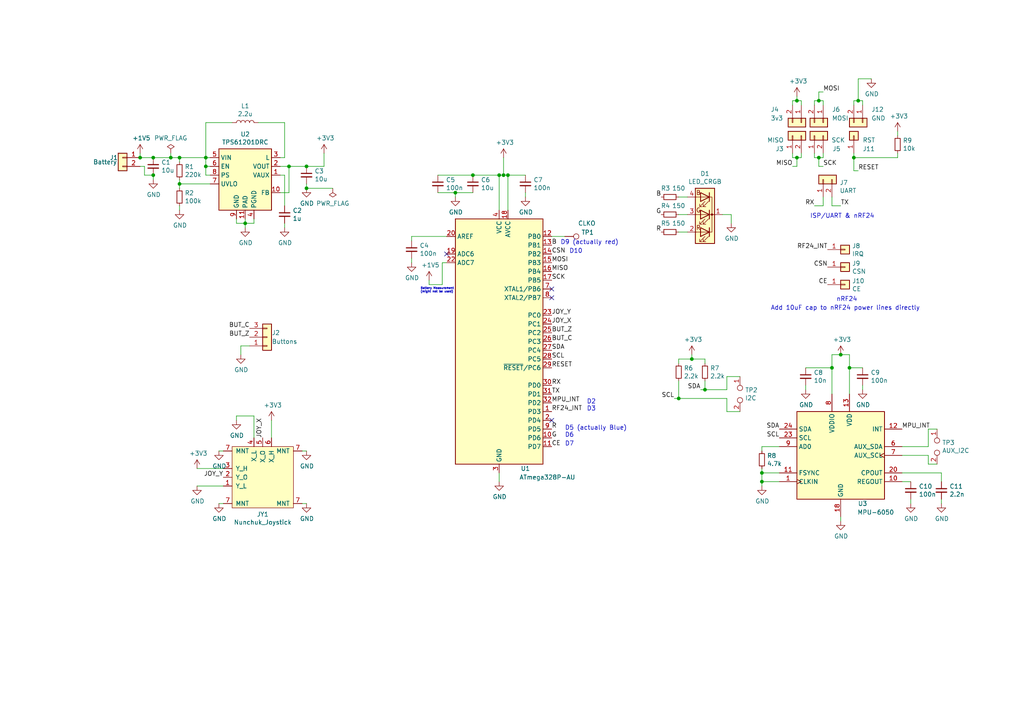
<source format=kicad_sch>
(kicad_sch (version 20211123) (generator eeschema)
  (paper "A4")
  (lib_symbols
    (symbol "Connector:TestPoint" (pin_numbers hide) (pin_names (offset 0.762) hide)
      (property "Reference" "TP" (at 0 6.858 0))
      (property "Value" "TestPoint" (at 0 5.08 0))
      (symbol "TestPoint_0_1"
        (circle (center 0 3.302) (radius 0.762))
      )
      (symbol "TestPoint_1_1"
        (pin passive line (at 0 0 90) (length 2.54) (name "1") (number "1"))
      )
    )
    (symbol "Connector:TestPoint_2Pole" (pin_names (offset 0.762) hide)
      (property "Reference" "TP" (at 0 1.524 0))
      (property "Value" "TestPoint_2Pole" (at 0 -1.778 0))
      (symbol "TestPoint_2Pole_0_1"
        (circle (center -1.778 0) (radius 0.762))
        (circle (center 1.778 0) (radius 0.762))
        (pin passive line (at -5.08 0 0) (length 2.54) (name "1") (number "1"))
        (pin passive line (at 5.08 0 180) (length 2.54) (name "2") (number "2"))
      )
    )
    (symbol "Connector_Generic:Conn_01x01" (pin_names (offset 1.016) hide)
      (property "Reference" "J" (at 0 2.54 0))
      (property "Value" "Conn_01x01" (at 0 -2.54 0))
      (symbol "Conn_01x01_1_1"
        (rectangle (start -1.27 0.127) (end 0 -0.127) (stroke (width 0.1524)))
        (rectangle (start -1.27 1.27) (end 1.27 -1.27) (stroke (width 0.254)) (fill (type background)))
        (pin passive line (at -5.08 0 0) (length 3.81) (name "Pin_1") (number "1"))
      )
    )
    (symbol "Connector_Generic:Conn_01x02" (pin_names (offset 1.016) hide)
      (property "Reference" "J" (at 0 2.54 0))
      (property "Value" "Conn_01x02" (at 0 -5.08 0))
      (symbol "Conn_01x02_1_1"
        (rectangle (start -1.27 -2.413) (end 0 -2.667) (stroke (width 0.1524)))
        (rectangle (start -1.27 0.127) (end 0 -0.127) (stroke (width 0.1524)))
        (rectangle (start -1.27 1.27) (end 1.27 -3.81) (stroke (width 0.254)) (fill (type background)))
        (pin passive line (at -5.08 0 0) (length 3.81) (name "Pin_1") (number "1"))
        (pin passive line (at -5.08 -2.54 0) (length 3.81) (name "Pin_2") (number "2"))
      )
    )
    (symbol "Connector_Generic:Conn_01x03" (pin_names (offset 1.016) hide)
      (property "Reference" "J" (at 0 5.08 0))
      (property "Value" "Conn_01x03" (at 0 -5.08 0))
      (symbol "Conn_01x03_1_1"
        (rectangle (start -1.27 -2.413) (end 0 -2.667) (stroke (width 0.1524)))
        (rectangle (start -1.27 0.127) (end 0 -0.127) (stroke (width 0.1524)))
        (rectangle (start -1.27 2.667) (end 0 2.413) (stroke (width 0.1524)))
        (rectangle (start -1.27 3.81) (end 1.27 -3.81) (stroke (width 0.254)) (fill (type background)))
        (pin passive line (at -5.08 2.54 0) (length 3.81) (name "Pin_1") (number "1"))
        (pin passive line (at -5.08 0 0) (length 3.81) (name "Pin_2") (number "2"))
        (pin passive line (at -5.08 -2.54 0) (length 3.81) (name "Pin_3") (number "3"))
      )
    )
    (symbol "Device:C_Small" (pin_numbers hide) (pin_names (offset 0.254) hide)
      (property "Reference" "C" (at 0.254 1.778 0))
      (property "Value" "C_Small" (at 0.254 -2.032 0))
      (symbol "C_Small_0_1"
        (polyline (pts (xy -1.524 -0.508) (xy 1.524 -0.508)) (stroke (width 0.3302)))
        (polyline (pts (xy -1.524 0.508) (xy 1.524 0.508)) (stroke (width 0.3048)))
      )
      (symbol "C_Small_1_1"
        (pin passive line (at 0 2.54 270) (length 2.032) (name "~") (number "1"))
        (pin passive line (at 0 -2.54 90) (length 2.032) (name "~") (number "2"))
      )
    )
    (symbol "Device:L" (pin_numbers hide) (pin_names (offset 1.016) hide)
      (property "Reference" "L" (at -1.27 0 90))
      (property "Value" "L" (at 1.905 0 90))
      (symbol "L_0_1"
        (arc (start 0 -2.54) (mid 0.635 -1.905) (end 0 -1.27))
        (arc (start 0 -1.27) (mid 0.635 -0.635) (end 0 0))
        (arc (start 0 0) (mid 0.635 0.635) (end 0 1.27))
        (arc (start 0 1.27) (mid 0.635 1.905) (end 0 2.54))
      )
      (symbol "L_1_1"
        (pin passive line (at 0 3.81 270) (length 1.27) (name "1") (number "1"))
        (pin passive line (at 0 -3.81 90) (length 1.27) (name "2") (number "2"))
      )
    )
    (symbol "Device:LED_KRGB" (pin_names (offset 0) hide)
      (property "Reference" "D" (at 0 9.398 0))
      (property "Value" "LED_KRGB" (at 0 -8.89 0))
      (symbol "LED_KRGB_0_0"
        (text "B" (at 1.905 -6.35 0) (effects (font (size 1.27 1.27))))
        (text "G" (at 1.905 -1.27 0) (effects (font (size 1.27 1.27))))
        (text "R" (at 1.905 3.81 0) (effects (font (size 1.27 1.27))))
      )
      (symbol "LED_KRGB_0_1"
        (circle (center -2.032 0) (radius 0.254) (fill (type outline)))
        (polyline (pts (xy -1.27 -5.08) (xy 1.27 -5.08)))
        (polyline (pts (xy -1.27 -3.81) (xy -1.27 -6.35)) (stroke (width 0.254)))
        (polyline (pts (xy -1.27 0) (xy -2.54 0)))
        (polyline (pts (xy -1.27 1.27) (xy -1.27 -1.27)) (stroke (width 0.254)))
        (polyline (pts (xy -1.27 5.08) (xy 1.27 5.08)))
        (polyline (pts (xy -1.27 6.35) (xy -1.27 3.81)) (stroke (width 0.254)))
        (polyline (pts (xy 1.27 -5.08) (xy 2.54 -5.08)))
        (polyline (pts (xy 1.27 0) (xy -1.27 0)))
        (polyline (pts (xy 1.27 0) (xy 2.54 0)))
        (polyline (pts (xy 1.27 5.08) (xy 2.54 5.08)))
        (polyline (pts (xy -1.27 1.27) (xy -1.27 -1.27) (xy -1.27 -1.27)))
        (polyline (pts (xy -1.27 6.35) (xy -1.27 3.81) (xy -1.27 3.81)))
        (polyline (pts (xy -1.27 5.08) (xy -2.032 5.08) (xy -2.032 -5.08) (xy -1.016 -5.08)))
        (polyline (pts (xy 1.27 -3.81) (xy 1.27 -6.35) (xy -1.27 -5.08) (xy 1.27 -3.81)) (stroke (width 0.254)))
        (polyline (pts (xy 1.27 1.27) (xy 1.27 -1.27) (xy -1.27 0) (xy 1.27 1.27)) (stroke (width 0.254)))
        (polyline (pts (xy 1.27 6.35) (xy 1.27 3.81) (xy -1.27 5.08) (xy 1.27 6.35)) (stroke (width 0.254)))
        (polyline (pts (xy -1.016 -3.81) (xy 0.508 -2.286) (xy -0.254 -2.286) (xy 0.508 -2.286) (xy 0.508 -3.048)))
        (polyline (pts (xy -1.016 1.27) (xy 0.508 2.794) (xy -0.254 2.794) (xy 0.508 2.794) (xy 0.508 2.032)))
        (polyline (pts (xy -1.016 6.35) (xy 0.508 7.874) (xy -0.254 7.874) (xy 0.508 7.874) (xy 0.508 7.112)))
        (polyline (pts (xy 0 -3.81) (xy 1.524 -2.286) (xy 0.762 -2.286) (xy 1.524 -2.286) (xy 1.524 -3.048)))
        (polyline (pts (xy 0 1.27) (xy 1.524 2.794) (xy 0.762 2.794) (xy 1.524 2.794) (xy 1.524 2.032)))
        (polyline (pts (xy 0 6.35) (xy 1.524 7.874) (xy 0.762 7.874) (xy 1.524 7.874) (xy 1.524 7.112)))
        (rectangle (start 1.27 -1.27) (end 1.27 1.27))
        (rectangle (start 1.27 1.27) (end 1.27 1.27))
        (rectangle (start 1.27 3.81) (end 1.27 6.35))
        (rectangle (start 1.27 6.35) (end 1.27 6.35))
        (rectangle (start 2.794 8.382) (end -2.794 -7.62) (stroke (width 0.254)) (fill (type background)))
      )
      (symbol "LED_KRGB_1_1"
        (pin passive line (at -5.08 0 0) (length 2.54) (name "K") (number "1"))
        (pin passive line (at 5.08 5.08 180) (length 2.54) (name "RA") (number "2"))
        (pin passive line (at 5.08 0 180) (length 2.54) (name "GA") (number "3"))
        (pin passive line (at 5.08 -5.08 180) (length 2.54) (name "BA") (number "4"))
      )
    )
    (symbol "Device:R_Small" (pin_numbers hide) (pin_names (offset 0.254) hide)
      (property "Reference" "R" (at 0.762 0.508 0))
      (property "Value" "R_Small" (at 0.762 -1.016 0))
      (symbol "R_Small_0_1"
        (rectangle (start -0.762 1.778) (end 0.762 -1.778) (stroke (width 0.2032)))
      )
      (symbol "R_Small_1_1"
        (pin passive line (at 0 2.54 270) (length 0.762) (name "~") (number "1"))
        (pin passive line (at 0 -2.54 90) (length 0.762) (name "~") (number "2"))
      )
    )
    (symbol "MCU_Microchip_ATmega:ATmega328P-A"
      (property "Reference" "U" (at -12.7 36.83 0))
      (property "Value" "ATmega328P-A" (at 2.54 -36.83 0))
      (symbol "ATmega328P-A_0_1"
        (rectangle (start -12.7 -35.56) (end 12.7 35.56) (stroke (width 0.254)) (fill (type background)))
      )
      (symbol "ATmega328P-A_1_1"
        (pin bidirectional line (at 15.24 -20.32 180) (length 2.54) (name "PD3") (number "1"))
        (pin bidirectional line (at 15.24 -27.94 180) (length 2.54) (name "PD6") (number "10"))
        (pin bidirectional line (at 15.24 -30.48 180) (length 2.54) (name "PD7") (number "11"))
        (pin bidirectional line (at 15.24 30.48 180) (length 2.54) (name "PB0") (number "12"))
        (pin bidirectional line (at 15.24 27.94 180) (length 2.54) (name "PB1") (number "13"))
        (pin bidirectional line (at 15.24 25.4 180) (length 2.54) (name "PB2") (number "14"))
        (pin bidirectional line (at 15.24 22.86 180) (length 2.54) (name "PB3") (number "15"))
        (pin bidirectional line (at 15.24 20.32 180) (length 2.54) (name "PB4") (number "16"))
        (pin bidirectional line (at 15.24 17.78 180) (length 2.54) (name "PB5") (number "17"))
        (pin power_in line (at 2.54 38.1 270) (length 2.54) (name "AVCC") (number "18"))
        (pin input line (at -15.24 25.4 0) (length 2.54) (name "ADC6") (number "19"))
        (pin bidirectional line (at 15.24 -22.86 180) (length 2.54) (name "PD4") (number "2"))
        (pin passive line (at -15.24 30.48 0) (length 2.54) (name "AREF") (number "20"))
        (pin passive line (at 0 -38.1 90) (length 2.54) hide (name "GND") (number "21"))
        (pin input line (at -15.24 22.86 0) (length 2.54) (name "ADC7") (number "22"))
        (pin bidirectional line (at 15.24 7.62 180) (length 2.54) (name "PC0") (number "23"))
        (pin bidirectional line (at 15.24 5.08 180) (length 2.54) (name "PC1") (number "24"))
        (pin bidirectional line (at 15.24 2.54 180) (length 2.54) (name "PC2") (number "25"))
        (pin bidirectional line (at 15.24 0 180) (length 2.54) (name "PC3") (number "26"))
        (pin bidirectional line (at 15.24 -2.54 180) (length 2.54) (name "PC4") (number "27"))
        (pin bidirectional line (at 15.24 -5.08 180) (length 2.54) (name "PC5") (number "28"))
        (pin bidirectional line (at 15.24 -7.62 180) (length 2.54) (name "~{RESET}/PC6") (number "29"))
        (pin power_in line (at 0 -38.1 90) (length 2.54) (name "GND") (number "3"))
        (pin bidirectional line (at 15.24 -12.7 180) (length 2.54) (name "PD0") (number "30"))
        (pin bidirectional line (at 15.24 -15.24 180) (length 2.54) (name "PD1") (number "31"))
        (pin bidirectional line (at 15.24 -17.78 180) (length 2.54) (name "PD2") (number "32"))
        (pin power_in line (at 0 38.1 270) (length 2.54) (name "VCC") (number "4"))
        (pin passive line (at 0 -38.1 90) (length 2.54) hide (name "GND") (number "5"))
        (pin passive line (at 0 38.1 270) (length 2.54) hide (name "VCC") (number "6"))
        (pin bidirectional line (at 15.24 15.24 180) (length 2.54) (name "XTAL1/PB6") (number "7"))
        (pin bidirectional line (at 15.24 12.7 180) (length 2.54) (name "XTAL2/PB7") (number "8"))
        (pin bidirectional line (at 15.24 -25.4 180) (length 2.54) (name "PD5") (number "9"))
      )
    )
    (symbol "Regulator_Switching:TPS61201DRC"
      (property "Reference" "U" (at -10.16 8.89 0))
      (property "Value" "TPS61201DRC" (at -2.54 8.89 0))
      (symbol "TPS61201DRC_0_1"
        (rectangle (start -7.62 7.62) (end 7.62 -10.16) (stroke (width 0.254)) (fill (type background)))
      )
      (symbol "TPS61201DRC_1_1"
        (pin bidirectional line (at 10.16 0 180) (length 2.54) (name "VAUX") (number "1"))
        (pin input line (at 10.16 -5.08 180) (length 2.54) (name "FB") (number "10"))
        (pin power_in line (at 0 -12.7 90) (length 2.54) (name "PAD") (number "11"))
        (pin power_out line (at 10.16 2.54 180) (length 2.54) (name "VOUT") (number "2"))
        (pin input line (at 10.16 5.08 180) (length 2.54) (name "L") (number "3"))
        (pin power_in line (at 2.54 -12.7 90) (length 2.54) (name "PGND") (number "4"))
        (pin power_in line (at -10.16 5.08 0) (length 2.54) (name "VIN") (number "5"))
        (pin input line (at -10.16 2.54 0) (length 2.54) (name "EN") (number "6"))
        (pin input line (at -10.16 -2.54 0) (length 2.54) (name "UVLO") (number "7"))
        (pin input line (at -10.16 0 0) (length 2.54) (name "PS") (number "8"))
        (pin power_in line (at -2.54 -12.7 90) (length 2.54) (name "GND") (number "9"))
      )
    )
    (symbol "Sensor_Motion:MPU-6050"
      (property "Reference" "U" (at -11.43 13.97 0))
      (property "Value" "MPU-6050" (at 7.62 -13.97 0))
      (symbol "MPU-6050_0_1"
        (rectangle (start -12.7 12.7) (end 12.7 -12.7) (stroke (width 0.254)) (fill (type background)))
      )
      (symbol "MPU-6050_1_1"
        (pin input clock (at -17.78 -7.62 0) (length 5.08) (name "CLKIN") (number "1"))
        (pin passive line (at 17.78 -7.62 180) (length 5.08) (name "REGOUT") (number "10"))
        (pin input line (at -17.78 -5.08 0) (length 5.08) (name "FSYNC") (number "11"))
        (pin output line (at 17.78 7.62 180) (length 5.08) (name "INT") (number "12"))
        (pin power_in line (at 2.54 17.78 270) (length 5.08) (name "VDD") (number "13"))
        (pin power_in line (at 0 -17.78 90) (length 5.08) (name "GND") (number "18"))
        (pin passive line (at 17.78 -5.08 180) (length 5.08) (name "CPOUT") (number "20"))
        (pin input line (at -17.78 5.08 0) (length 5.08) (name "SCL") (number "23"))
        (pin bidirectional line (at -17.78 7.62 0) (length 5.08) (name "SDA") (number "24"))
        (pin bidirectional line (at 17.78 2.54 180) (length 5.08) (name "AUX_SDA") (number "6"))
        (pin output clock (at 17.78 0 180) (length 5.08) (name "AUX_SCL") (number "7"))
        (pin power_in line (at -2.54 17.78 270) (length 5.08) (name "VDDIO") (number "8"))
        (pin input line (at -17.78 2.54 0) (length 5.08) (name "AD0") (number "9"))
      )
    )
    (symbol "power:+1V5" (power) (pin_names (offset 0))
      (property "Value" "+1V5" (at 0 3.556 0))
      (symbol "+1V5_0_1"
        (polyline (pts (xy -0.762 1.27) (xy 0 2.54)))
        (polyline (pts (xy 0 0) (xy 0 2.54)))
        (polyline (pts (xy 0 2.54) (xy 0.762 1.27)))
      )
      (symbol "+1V5_1_1"
        (pin power_in line (at 0 0 90) (length 0) hide (name "+1V5") (number "1"))
      )
    )
    (symbol "power:+3V3" (power) (pin_names (offset 0))
      (property "Value" "+3V3" (at 0 3.556 0))
      (symbol "+3V3_0_1"
        (polyline (pts (xy -0.762 1.27) (xy 0 2.54)))
        (polyline (pts (xy 0 0) (xy 0 2.54)))
        (polyline (pts (xy 0 2.54) (xy 0.762 1.27)))
      )
      (symbol "+3V3_1_1"
        (pin power_in line (at 0 0 90) (length 0) hide (name "+3V3") (number "1"))
      )
    )
    (symbol "power:GND" (power) (pin_names (offset 0))
      (property "Value" "GND" (at 0 -3.81 0))
      (symbol "GND_0_1"
        (polyline (pts (xy 0 0) (xy 0 -1.27) (xy 1.27 -1.27) (xy 0 -2.54) (xy -1.27 -1.27) (xy 0 -1.27)))
      )
      (symbol "GND_1_1"
        (pin power_in line (at 0 0 270) (length 0) hide (name "GND") (number "1"))
      )
    )
    (symbol "power:PWR_FLAG" (power) (pin_numbers hide) (pin_names (offset 0) hide)
      (property "Value" "PWR_FLAG" (at 0 3.81 0))
      (symbol "PWR_FLAG_0_0"
        (pin power_out line (at 0 0 90) (length 0) (name "pwr") (number "1"))
      )
      (symbol "PWR_FLAG_0_1"
        (polyline (pts (xy 0 0) (xy 0 1.27) (xy -1.016 1.905) (xy 0 2.54) (xy 1.016 1.905) (xy 0 1.27)))
      )
    )
    (symbol "someparts:Nunchuk_Joystick" (pin_names (offset 1.016))
      (property "Reference" "JY" (at 0 -15.24 0))
      (property "Value" "Nunchuk_Joystick" (at 0 -15.24 0))
      (symbol "Nunchuk_Joystick_0_1"
        (rectangle (start -8.89 8.89) (end 8.89 -8.89) (fill (type background)))
      )
      (symbol "Nunchuk_Joystick_1_1"
        (pin input line (at -11.43 -2.54 0) (length 2.54) (name "Y_L") (number "1"))
        (pin output line (at -11.43 0 0) (length 2.54) (name "Y_O") (number "2"))
        (pin input line (at -11.43 2.54 0) (length 2.54) (name "Y_H") (number "3"))
        (pin input line (at -2.54 11.43 270) (length 2.54) (name "X_L") (number "4"))
        (pin output line (at 0 11.43 270) (length 2.54) (name "X_O") (number "5"))
        (pin input line (at 2.54 11.43 270) (length 2.54) (name "X_H") (number "6"))
        (pin unspecified line (at -11.43 -7.62 0) (length 2.54) (name "MNT") (number "7"))
        (pin unspecified line (at -11.43 7.62 0) (length 2.54) (name "MNT") (number "7"))
        (pin unspecified line (at 11.43 -7.62 180) (length 2.54) (name "MNT") (number "7"))
        (pin unspecified line (at 11.43 7.62 180) (length 2.54) (name "MNT") (number "7"))
      )
    )
  )
  (junction (at 243.84 102.87))
  (junction (at 146.05 50.8))
  (junction (at 237.49 45.72))
  (junction (at 40.64 45.72))
  (junction (at 247.65 45.72))
  (junction (at 231.14 29.21))
  (junction (at 220.98 139.7))
  (junction (at 88.9 54.61))
  (junction (at 137.16 50.8))
  (junction (at 52.07 53.34))
  (junction (at 248.92 29.21))
  (junction (at 88.9 48.26))
  (junction (at 59.69 45.72))
  (junction (at 44.45 50.8))
  (junction (at 200.66 104.14))
  (junction (at 132.08 55.88))
  (junction (at 246.38 106.68))
  (junction (at 231.14 45.72))
  (junction (at 237.49 29.21))
  (junction (at 204.47 113.03))
  (junction (at 44.45 45.72))
  (junction (at 59.69 48.26))
  (junction (at 220.98 137.16))
  (junction (at 52.07 45.72))
  (junction (at 196.85 115.57))
  (junction (at 71.12 64.77))
  (junction (at 144.78 50.8))
  (junction (at 147.32 50.8))
  (junction (at 49.53 45.72))
  (junction (at 83.82 48.26))
  (junction (at 241.3 106.68))
  (no_connect (at 160.02 121.92))
  (no_connect (at 160.02 86.36))
  (no_connect (at 129.54 73.66))
  (no_connect (at 160.02 83.82))
  (wire (pts (xy 250.19 29.21) (xy 250.19 30.48)))
  (wire (pts (xy 44.45 52.07) (xy 44.45 50.8)))
  (wire (pts (xy 269.24 129.54) (xy 269.24 124.46)))
  (wire (pts (xy 128.27 82.55) (xy 124.46 82.55)))
  (wire (pts (xy 248.92 29.21) (xy 250.19 29.21)))
  (wire (pts (xy 243.84 149.86) (xy 243.84 151.13)))
  (wire (pts (xy 60.96 53.34) (xy 52.07 53.34)))
  (wire (pts (xy 83.82 48.26) (xy 88.9 48.26)))
  (wire (pts (xy 72.39 100.33) (xy 69.85 100.33)))
  (wire (pts (xy 59.69 45.72) (xy 59.69 35.56)))
  (wire (pts (xy 82.55 50.8) (xy 82.55 59.69)))
  (wire (pts (xy 238.76 44.45) (xy 238.76 45.72)))
  (wire (pts (xy 236.22 30.48) (xy 236.22 29.21)))
  (wire (pts (xy 196.85 105.41) (xy 196.85 104.14)))
  (wire (pts (xy 144.78 50.8) (xy 137.16 50.8)))
  (wire (pts (xy 231.14 45.72) (xy 232.41 45.72)))
  (wire (pts (xy 236.22 29.21) (xy 237.49 29.21)))
  (wire (pts (xy 246.38 106.68) (xy 250.19 106.68)))
  (wire (pts (xy 137.16 50.8) (xy 127 50.8)))
  (wire (pts (xy 146.05 45.72) (xy 146.05 50.8)))
  (wire (pts (xy 64.77 135.89) (xy 57.15 135.89)))
  (wire (pts (xy 71.12 64.77) (xy 73.66 64.77)))
  (wire (pts (xy 248.92 29.21) (xy 248.92 22.86)))
  (wire (pts (xy 220.98 129.54) (xy 220.98 130.81)))
  (wire (pts (xy 52.07 46.99) (xy 52.07 45.72)))
  (wire (pts (xy 200.66 104.14) (xy 204.47 104.14)))
  (wire (pts (xy 241.3 106.68) (xy 241.3 114.3)))
  (wire (pts (xy 68.58 64.77) (xy 71.12 64.77)))
  (wire (pts (xy 144.78 137.16) (xy 144.78 139.7)))
  (wire (pts (xy 74.93 35.56) (xy 82.55 35.56)))
  (wire (pts (xy 260.35 38.1) (xy 260.35 39.37)))
  (wire (pts (xy 119.38 76.2) (xy 119.38 74.93)))
  (wire (pts (xy 40.64 44.45) (xy 40.64 45.72)))
  (wire (pts (xy 82.55 35.56) (xy 82.55 45.72)))
  (wire (pts (xy 196.85 104.14) (xy 200.66 104.14)))
  (wire (pts (xy 273.05 146.05) (xy 273.05 144.78)))
  (wire (pts (xy 127 55.88) (xy 132.08 55.88)))
  (wire (pts (xy 247.65 45.72) (xy 247.65 49.53)))
  (wire (pts (xy 196.85 115.57) (xy 195.58 115.57)))
  (wire (pts (xy 226.06 137.16) (xy 220.98 137.16)))
  (wire (pts (xy 147.32 60.96) (xy 147.32 50.8)))
  (wire (pts (xy 269.24 124.46) (xy 271.78 124.46)))
  (wire (pts (xy 52.07 45.72) (xy 59.69 45.72)))
  (wire (pts (xy 196.85 115.57) (xy 210.82 115.57)))
  (wire (pts (xy 220.98 135.89) (xy 220.98 137.16)))
  (wire (pts (xy 196.85 57.15) (xy 199.39 57.15)))
  (wire (pts (xy 231.14 27.94) (xy 231.14 29.21)))
  (wire (pts (xy 68.58 63.5) (xy 68.58 64.77)))
  (wire (pts (xy 59.69 50.8) (xy 59.69 48.26)))
  (wire (pts (xy 209.55 62.23) (xy 212.09 62.23)))
  (wire (pts (xy 237.49 29.21) (xy 238.76 29.21)))
  (wire (pts (xy 196.85 62.23) (xy 199.39 62.23)))
  (wire (pts (xy 88.9 48.26) (xy 93.98 48.26)))
  (wire (pts (xy 247.65 49.53) (xy 248.92 49.53)))
  (wire (pts (xy 269.24 132.08) (xy 269.24 134.62)))
  (wire (pts (xy 250.19 111.76) (xy 250.19 113.03)))
  (wire (pts (xy 59.69 35.56) (xy 67.31 35.56)))
  (wire (pts (xy 196.85 110.49) (xy 196.85 115.57)))
  (wire (pts (xy 81.28 50.8) (xy 82.55 50.8)))
  (wire (pts (xy 233.68 106.68) (xy 241.3 106.68)))
  (wire (pts (xy 241.3 102.87) (xy 243.84 102.87)))
  (wire (pts (xy 82.55 45.72) (xy 81.28 45.72)))
  (wire (pts (xy 144.78 60.96) (xy 144.78 50.8)))
  (wire (pts (xy 231.14 29.21) (xy 232.41 29.21)))
  (wire (pts (xy 204.47 110.49) (xy 204.47 113.03)))
  (wire (pts (xy 261.62 139.7) (xy 264.16 139.7)))
  (wire (pts (xy 214.63 109.22) (xy 210.82 109.22)))
  (wire (pts (xy 129.54 76.2) (xy 128.27 76.2)))
  (wire (pts (xy 204.47 113.03) (xy 210.82 113.03)))
  (wire (pts (xy 124.46 82.55) (xy 124.46 81.28)))
  (wire (pts (xy 52.07 59.69) (xy 52.07 60.96)))
  (wire (pts (xy 246.38 102.87) (xy 243.84 102.87)))
  (wire (pts (xy 210.82 119.38) (xy 214.63 119.38)))
  (wire (pts (xy 132.08 57.15) (xy 132.08 55.88)))
  (wire (pts (xy 44.45 45.72) (xy 49.53 45.72)))
  (wire (pts (xy 232.41 29.21) (xy 232.41 30.48)))
  (wire (pts (xy 68.58 121.92) (xy 68.58 120.65)))
  (wire (pts (xy 237.49 26.67) (xy 238.76 26.67)))
  (wire (pts (xy 160.02 68.58) (xy 163.83 68.58)))
  (wire (pts (xy 204.47 113.03) (xy 203.2 113.03)))
  (wire (pts (xy 152.4 57.15) (xy 152.4 55.88)))
  (wire (pts (xy 60.96 48.26) (xy 59.69 48.26)))
  (wire (pts (xy 40.64 48.26) (xy 41.91 48.26)))
  (wire (pts (xy 238.76 45.72) (xy 237.49 45.72)))
  (wire (pts (xy 229.87 44.45) (xy 229.87 45.72)))
  (wire (pts (xy 248.92 22.86) (xy 252.73 22.86)))
  (wire (pts (xy 88.9 53.34) (xy 88.9 54.61)))
  (wire (pts (xy 261.62 132.08) (xy 269.24 132.08)))
  (wire (pts (xy 226.06 129.54) (xy 220.98 129.54)))
  (wire (pts (xy 49.53 45.72) (xy 52.07 45.72)))
  (wire (pts (xy 212.09 62.23) (xy 212.09 64.77)))
  (wire (pts (xy 132.08 55.88) (xy 137.16 55.88)))
  (wire (pts (xy 237.49 45.72) (xy 236.22 45.72)))
  (wire (pts (xy 82.55 64.77) (xy 82.55 66.04)))
  (wire (pts (xy 247.65 30.48) (xy 247.65 29.21)))
  (wire (pts (xy 237.49 48.26) (xy 238.76 48.26)))
  (wire (pts (xy 246.38 114.3) (xy 246.38 106.68)))
  (wire (pts (xy 69.85 100.33) (xy 69.85 102.87)))
  (wire (pts (xy 247.65 45.72) (xy 260.35 45.72)))
  (wire (pts (xy 64.77 146.05) (xy 63.5 146.05)))
  (wire (pts (xy 237.49 29.21) (xy 237.49 26.67)))
  (wire (pts (xy 83.82 55.88) (xy 81.28 55.88)))
  (wire (pts (xy 233.68 111.76) (xy 233.68 113.03)))
  (wire (pts (xy 129.54 68.58) (xy 119.38 68.58)))
  (wire (pts (xy 52.07 54.61) (xy 52.07 53.34)))
  (wire (pts (xy 147.32 50.8) (xy 152.4 50.8)))
  (wire (pts (xy 229.87 48.26) (xy 231.14 48.26)))
  (wire (pts (xy 231.14 48.26) (xy 231.14 45.72)))
  (wire (pts (xy 71.12 63.5) (xy 71.12 64.77)))
  (wire (pts (xy 144.78 50.8) (xy 146.05 50.8)))
  (wire (pts (xy 88.9 146.05) (xy 87.63 146.05)))
  (wire (pts (xy 59.69 48.26) (xy 59.69 45.72)))
  (wire (pts (xy 87.63 130.81) (xy 88.9 130.81)))
  (wire (pts (xy 78.74 127) (xy 78.74 121.92)))
  (wire (pts (xy 96.52 54.61) (xy 88.9 54.61)))
  (wire (pts (xy 204.47 104.14) (xy 204.47 105.41)))
  (wire (pts (xy 238.76 59.69) (xy 236.22 59.69)))
  (wire (pts (xy 200.66 102.87) (xy 200.66 104.14)))
  (wire (pts (xy 247.65 44.45) (xy 247.65 45.72)))
  (wire (pts (xy 71.12 66.04) (xy 71.12 64.77)))
  (wire (pts (xy 59.69 45.72) (xy 60.96 45.72)))
  (wire (pts (xy 273.05 137.16) (xy 273.05 139.7)))
  (wire (pts (xy 269.24 134.62) (xy 271.78 134.62)))
  (wire (pts (xy 93.98 48.26) (xy 93.98 44.45)))
  (wire (pts (xy 68.58 120.65) (xy 73.66 120.65)))
  (wire (pts (xy 238.76 29.21) (xy 238.76 30.48)))
  (wire (pts (xy 241.3 59.69) (xy 243.84 59.69)))
  (wire (pts (xy 196.85 67.31) (xy 199.39 67.31)))
  (wire (pts (xy 40.64 45.72) (xy 44.45 45.72)))
  (wire (pts (xy 261.62 137.16) (xy 273.05 137.16)))
  (wire (pts (xy 119.38 68.58) (xy 119.38 69.85)))
  (wire (pts (xy 210.82 109.22) (xy 210.82 113.03)))
  (wire (pts (xy 146.05 50.8) (xy 147.32 50.8)))
  (wire (pts (xy 241.3 57.15) (xy 241.3 59.69)))
  (wire (pts (xy 237.49 45.72) (xy 237.49 48.26)))
  (wire (pts (xy 220.98 140.97) (xy 220.98 139.7)))
  (wire (pts (xy 232.41 45.72) (xy 232.41 44.45)))
  (wire (pts (xy 81.28 48.26) (xy 83.82 48.26)))
  (wire (pts (xy 229.87 30.48) (xy 229.87 29.21)))
  (wire (pts (xy 52.07 53.34) (xy 52.07 52.07)))
  (wire (pts (xy 210.82 115.57) (xy 210.82 119.38)))
  (wire (pts (xy 246.38 106.68) (xy 246.38 102.87)))
  (wire (pts (xy 83.82 48.26) (xy 83.82 55.88)))
  (wire (pts (xy 229.87 45.72) (xy 231.14 45.72)))
  (wire (pts (xy 260.35 45.72) (xy 260.35 44.45)))
  (wire (pts (xy 247.65 29.21) (xy 248.92 29.21)))
  (wire (pts (xy 229.87 29.21) (xy 231.14 29.21)))
  (wire (pts (xy 236.22 45.72) (xy 236.22 44.45)))
  (wire (pts (xy 64.77 130.81) (xy 63.5 130.81)))
  (wire (pts (xy 220.98 137.16) (xy 220.98 139.7)))
  (wire (pts (xy 238.76 57.15) (xy 238.76 59.69)))
  (wire (pts (xy 261.62 129.54) (xy 269.24 129.54)))
  (wire (pts (xy 73.66 64.77) (xy 73.66 63.5)))
  (wire (pts (xy 220.98 139.7) (xy 226.06 139.7)))
  (wire (pts (xy 41.91 50.8) (xy 44.45 50.8)))
  (wire (pts (xy 241.3 106.68) (xy 241.3 102.87)))
  (wire (pts (xy 41.91 48.26) (xy 41.91 50.8)))
  (wire (pts (xy 128.27 76.2) (xy 128.27 82.55)))
  (wire (pts (xy 264.16 144.78) (xy 264.16 146.05)))
  (wire (pts (xy 73.66 120.65) (xy 73.66 127)))
  (wire (pts (xy 60.96 50.8) (xy 59.69 50.8)))
  (wire (pts (xy 57.15 140.97) (xy 64.77 140.97)))
  (wire (pts (xy 49.53 44.45) (xy 49.53 45.72)))
  (text "D10" (at 165.1 73.66 0) (effects (font (size 1.27 1.27)) (justify left bottom)))
  (text "D5 (actually Blue)\nD6\n" (at 163.83 127 0) (effects (font (size 1.27 1.27)) (justify left bottom)))
  (text "Add 10uF cap to nRF24 power lines directly\n" (at 223.52 90.17 0) (effects (font (size 1.27 1.27)) (justify left bottom)))
  (text "nRF24\n" (at 242.57 87.63 0) (effects (font (size 1.27 1.27)) (justify left bottom)))
  (text "D2\nD3\n" (at 170.18 119.38 0) (effects (font (size 1.27 1.27)) (justify left bottom)))
  (text "D7" (at 163.83 129.54 0) (effects (font (size 1.27 1.27)) (justify left bottom)))
  (text "D9 (actually red)\n" (at 162.56 71.12 0) (effects (font (size 1.27 1.27)) (justify left bottom)))
  (text "Battery Measurement\n(might not be used)\n" (at 121.92 85.09 0) (effects (font (size 0.6096 0.6096)) (justify left bottom)))
  (text "ISP/UART & nRF24\n" (at 234.95 63.5 0) (effects (font (size 1.27 1.27)) (justify left bottom)))
  (label "JOY_X" (at 76.2 127 90))
  (label "SCK" (at 160.02 81.28 0))
  (label "MOSI" (at 238.76 26.67 0))
  (label "SCL" (at 195.58 115.57 180))
  (label "MISO" (at 229.87 48.26 180))
  (label "B" (at 191.77 57.15 180))
  (label "JOY_X" (at 160.02 93.98 0))
  (label "CE" (at 240.03 82.55 180))
  (label "RF24_INT" (at 160.02 119.38 0))
  (label "MPU_INT" (at 261.62 124.46 0))
  (label "G" (at 191.77 62.23 180))
  (label "SDA" (at 226.06 124.46 180))
  (label "G" (at 160.02 127 0))
  (label "SDA" (at 160.02 101.6 0))
  (label "MPU_INT" (at 160.02 116.84 0))
  (label "CE" (at 160.02 129.54 0))
  (label "JOY_Y" (at 160.02 91.44 0))
  (label "RESET" (at 248.92 49.53 0))
  (label "RX" (at 160.02 111.76 0))
  (label "SDA" (at 203.2 113.03 180))
  (label "SCL" (at 160.02 104.14 0))
  (label "SCK" (at 238.76 48.26 0))
  (label "RESET" (at 160.02 106.68 0))
  (label "R" (at 160.02 124.46 0))
  (label "MISO" (at 160.02 78.74 0))
  (label "BUT_Z" (at 160.02 96.52 0))
  (label "R" (at 191.77 67.31 180))
  (label "BUT_C" (at 160.02 99.06 0))
  (label "TX" (at 160.02 114.3 0))
  (label "MOSI" (at 160.02 76.2 0))
  (label "JOY_Y" (at 64.77 138.43 180))
  (label "CSN" (at 240.03 77.47 180))
  (label "TX" (at 243.84 59.69 0))
  (label "RX" (at 236.22 59.69 180))
  (label "CSN" (at 160.02 73.66 0))
  (label "B" (at 160.02 71.12 0))
  (label "BUT_Z" (at 72.39 97.79 180))
  (label "BUT_C" (at 72.39 95.25 180))
  (label "RF24_INT" (at 240.03 72.39 180))
  (label "SCL" (at 226.06 127 180))
  (symbol (lib_id "Regulator_Switching:TPS61201DRC") (at 71.12 50.8 0) (unit 1)
    (property "Reference" "U2" (at 71.12 38.9382 0))
    (property "Value" "TPS61201DRC" (at 71.12 41.2496 0))
    (property "Footprint" "Package_SON:Texas_S-PVSON-N10_ThermalVias" (effects hide))
    (property "Datasheet" "http://www.ti.com/lit/ds/symlink/tps61200.pdf" (effects hide))
  )
  (symbol (lib_id "Sensor_Motion:MPU-6050") (at 243.84 132.08 0) (unit 1)
    (property "Reference" "U3" (at 250.19 146.05 0))
    (property "Value" "MPU-6050" (at 254 148.59 0))
    (property "Footprint" "Sensor_Motion:InvenSense_QFN-24_4x4mm_P0.5mm" (effects hide))
    (property "Datasheet" "https://store.invensense.com/datasheets/invensense/MPU-6050_DataSheet_V3%204.pdf" (effects hide))
  )
  (symbol (lib_id "Connector_Generic:Conn_01x02") (at 35.56 45.72 0) (mirror y) (unit 1)
    (property "Reference" "J1" (at 33.02 45.72 0))
    (property "Value" "Battery" (at 30.48 46.99 0))
    (property "Footprint" "Connector_JST:JST_PH_S2B-PH-SM4-TB_1x02-1MP_P2.00mm_Horizontal" (effects hide))
  )
  (symbol (lib_id "Device:C_Small") (at 44.45 48.26 0) (unit 1)
    (property "Reference" "C1" (at 46.7868 47.0916 0) (effects (justify left)))
    (property "Value" "10u" (at 46.7868 49.403 0) (effects (justify left)))
    (property "Footprint" "Capacitor_SMD:C_0805_2012Metric" (effects hide))
  )
  (symbol (lib_id "power:+1V5") (at 40.64 44.45 0) (unit 1)
    (property "Reference" "#PWR0101" (effects hide))
    (property "Value" "+1V5" (at 41.021 40.0558 0))
  )
  (symbol (lib_id "power:GND") (at 44.45 52.07 0) (unit 1)
    (property "Reference" "#PWR0102" (effects hide))
    (property "Value" "GND" (at 44.577 56.4642 0))
  )
  (symbol (lib_id "Device:R_Small") (at 52.07 49.53 0) (unit 1)
    (property "Reference" "R1" (at 53.5686 48.3616 0) (effects (justify left)))
    (property "Value" "220k" (at 53.5686 50.673 0) (effects (justify left)))
    (property "Footprint" "Resistor_SMD:R_0603_1608Metric" (effects hide))
  )
  (symbol (lib_id "Device:R_Small") (at 52.07 57.15 0) (unit 1)
    (property "Reference" "R2" (at 53.5686 55.9816 0) (effects (justify left)))
    (property "Value" "100k" (at 53.5686 58.293 0) (effects (justify left)))
    (property "Footprint" "Resistor_SMD:R_0603_1608Metric" (effects hide))
  )
  (symbol (lib_id "power:GND") (at 52.07 60.96 0) (unit 1)
    (property "Reference" "#PWR0103" (effects hide))
    (property "Value" "GND" (at 52.197 65.3542 0))
  )
  (symbol (lib_id "power:GND") (at 71.12 66.04 0) (unit 1)
    (property "Reference" "#PWR0104" (effects hide))
    (property "Value" "GND" (at 71.247 70.4342 0))
  )
  (symbol (lib_id "Device:L") (at 71.12 35.56 90) (unit 1)
    (property "Reference" "L1" (at 71.12 30.734 90))
    (property "Value" "2.2u" (at 71.12 33.0454 90))
    (property "Footprint" "Inductor_SMD:L_Coilcraft_LPS4018" (effects hide))
  )
  (symbol (lib_id "Device:C_Small") (at 82.55 62.23 0) (unit 1)
    (property "Reference" "C2" (at 84.8868 61.0616 0) (effects (justify left)))
    (property "Value" "1u" (at 84.8868 63.373 0) (effects (justify left)))
    (property "Footprint" "Capacitor_SMD:C_0603_1608Metric" (effects hide))
  )
  (symbol (lib_id "power:GND") (at 82.55 66.04 0) (unit 1)
    (property "Reference" "#PWR0105" (effects hide))
    (property "Value" "GND" (at 82.677 70.4342 0))
  )
  (symbol (lib_id "Device:C_Small") (at 88.9 50.8 0) (unit 1)
    (property "Reference" "C3" (at 91.2368 49.6316 0) (effects (justify left)))
    (property "Value" "10u" (at 91.2368 51.943 0) (effects (justify left)))
    (property "Footprint" "Capacitor_SMD:C_0805_2012Metric" (effects hide))
  )
  (symbol (lib_id "power:GND") (at 88.9 54.61 0) (unit 1)
    (property "Reference" "#PWR0106" (effects hide))
    (property "Value" "GND" (at 89.027 59.0042 0))
  )
  (symbol (lib_id "power:+3V3") (at 93.98 44.45 0) (unit 1)
    (property "Reference" "#PWR0107" (effects hide))
    (property "Value" "+3V3" (at 94.361 40.0558 0))
  )
  (symbol (lib_id "Device:C_Small") (at 233.68 109.22 0) (unit 1)
    (property "Reference" "C8" (at 236.0168 108.0516 0) (effects (justify left)))
    (property "Value" "10n" (at 236.0168 110.363 0) (effects (justify left)))
    (property "Footprint" "Capacitor_SMD:C_0603_1608Metric" (effects hide))
  )
  (symbol (lib_id "power:GND") (at 243.84 151.13 0) (unit 1)
    (property "Reference" "#PWR0108" (effects hide))
    (property "Value" "GND" (at 243.967 155.5242 0))
  )
  (symbol (lib_id "power:GND") (at 233.68 113.03 0) (unit 1)
    (property "Reference" "#PWR0109" (effects hide))
    (property "Value" "GND" (at 233.807 117.4242 0))
  )
  (symbol (lib_id "Device:C_Small") (at 250.19 109.22 0) (unit 1)
    (property "Reference" "C9" (at 252.5268 108.0516 0) (effects (justify left)))
    (property "Value" "100n" (at 252.5268 110.363 0) (effects (justify left)))
    (property "Footprint" "Capacitor_SMD:C_0603_1608Metric" (effects hide))
  )
  (symbol (lib_id "power:GND") (at 250.19 113.03 0) (unit 1)
    (property "Reference" "#PWR0110" (effects hide))
    (property "Value" "GND" (at 250.317 117.4242 0))
  )
  (symbol (lib_id "power:+3V3") (at 243.84 102.87 0) (unit 1)
    (property "Reference" "#PWR0111" (effects hide))
    (property "Value" "+3V3" (at 244.221 98.4758 0))
  )
  (symbol (lib_id "Device:R_Small") (at 220.98 133.35 0) (unit 1)
    (property "Reference" "R8" (at 222.4786 132.1816 0) (effects (justify left)))
    (property "Value" "4.7k" (at 222.4786 134.493 0) (effects (justify left)))
    (property "Footprint" "Resistor_SMD:R_0603_1608Metric" (effects hide))
  )
  (symbol (lib_id "power:GND") (at 220.98 140.97 0) (unit 1)
    (property "Reference" "#PWR0112" (effects hide))
    (property "Value" "GND" (at 221.107 145.3642 0))
  )
  (symbol (lib_id "Device:C_Small") (at 264.16 142.24 0) (unit 1)
    (property "Reference" "C10" (at 266.4968 141.0716 0) (effects (justify left)))
    (property "Value" "100n" (at 266.4968 143.383 0) (effects (justify left)))
    (property "Footprint" "Capacitor_SMD:C_0603_1608Metric" (effects hide))
  )
  (symbol (lib_id "power:GND") (at 264.16 146.05 0) (unit 1)
    (property "Reference" "#PWR0113" (effects hide))
    (property "Value" "GND" (at 264.287 150.4442 0))
  )
  (symbol (lib_id "Device:C_Small") (at 273.05 142.24 0) (unit 1)
    (property "Reference" "C11" (at 275.3868 141.0716 0) (effects (justify left)))
    (property "Value" "2.2n" (at 275.3868 143.383 0) (effects (justify left)))
    (property "Footprint" "Capacitor_SMD:C_0603_1608Metric" (effects hide))
  )
  (symbol (lib_id "power:GND") (at 273.05 146.05 0) (unit 1)
    (property "Reference" "#PWR0114" (effects hide))
    (property "Value" "GND" (at 273.177 150.4442 0))
  )
  (symbol (lib_id "Device:R_Small") (at 204.47 107.95 0) (unit 1)
    (property "Reference" "R7" (at 205.9686 106.7816 0) (effects (justify left)))
    (property "Value" "2.2k" (at 205.9686 109.093 0) (effects (justify left)))
    (property "Footprint" "Resistor_SMD:R_0603_1608Metric" (effects hide))
  )
  (symbol (lib_id "Device:R_Small") (at 196.85 107.95 0) (unit 1)
    (property "Reference" "R6" (at 198.3486 106.7816 0) (effects (justify left)))
    (property "Value" "2.2k" (at 198.3486 109.093 0) (effects (justify left)))
    (property "Footprint" "Resistor_SMD:R_0603_1608Metric" (effects hide))
  )
  (symbol (lib_id "power:+3V3") (at 200.66 102.87 0) (unit 1)
    (property "Reference" "#PWR0115" (effects hide))
    (property "Value" "+3V3" (at 201.041 98.4758 0))
  )
  (symbol (lib_id "MCU_Microchip_ATmega:ATmega328P-A") (at 144.78 99.06 0) (unit 1)
    (property "Reference" "U1" (at 152.4 135.89 0))
    (property "Value" "ATmega328P-AU" (at 158.75 138.43 0))
    (property "Footprint" "Package_QFP:TQFP-32_7x7mm_P0.8mm" (effects hide))
    (property "Datasheet" "http://ww1.microchip.com/downloads/en/DeviceDoc/ATmega328_P%20AVR%20MCU%20with%20picoPower%20Technology%20Data%20Sheet%2040001984A.pdf" (effects hide))
  )
  (symbol (lib_id "Device:C_Small") (at 137.16 53.34 0) (unit 1)
    (property "Reference" "C6" (at 139.4968 52.1716 0) (effects (justify left)))
    (property "Value" "10u" (at 139.4968 54.483 0) (effects (justify left)))
    (property "Footprint" "Capacitor_SMD:C_0805_2012Metric" (effects hide))
  )
  (symbol (lib_id "Device:C_Small") (at 127 53.34 0) (unit 1)
    (property "Reference" "C5" (at 129.3368 52.1716 0) (effects (justify left)))
    (property "Value" "100n" (at 129.3368 54.483 0) (effects (justify left)))
    (property "Footprint" "Capacitor_SMD:C_0603_1608Metric" (effects hide))
  )
  (symbol (lib_id "power:GND") (at 132.08 57.15 0) (unit 1)
    (property "Reference" "#PWR0116" (effects hide))
    (property "Value" "GND" (at 132.207 61.5442 0))
  )
  (symbol (lib_id "Device:C_Small") (at 152.4 53.34 0) (unit 1)
    (property "Reference" "C7" (at 154.7368 52.1716 0) (effects (justify left)))
    (property "Value" "100n" (at 154.7368 54.483 0) (effects (justify left)))
    (property "Footprint" "Capacitor_SMD:C_0603_1608Metric" (effects hide))
  )
  (symbol (lib_id "power:GND") (at 152.4 57.15 0) (unit 1)
    (property "Reference" "#PWR0117" (effects hide))
    (property "Value" "GND" (at 152.527 61.5442 0))
  )
  (symbol (lib_id "power:+3V3") (at 146.05 45.72 0) (unit 1)
    (property "Reference" "#PWR0118" (effects hide))
    (property "Value" "+3V3" (at 146.431 41.3258 0))
  )
  (symbol (lib_id "Device:C_Small") (at 119.38 72.39 0) (unit 1)
    (property "Reference" "C4" (at 121.7168 71.2216 0) (effects (justify left)))
    (property "Value" "100n" (at 121.7168 73.533 0) (effects (justify left)))
    (property "Footprint" "Capacitor_SMD:C_0603_1608Metric" (effects hide))
  )
  (symbol (lib_id "power:GND") (at 119.38 76.2 0) (unit 1)
    (property "Reference" "#PWR0119" (effects hide))
    (property "Value" "GND" (at 119.507 80.5942 0))
  )
  (symbol (lib_id "Connector:TestPoint_2Pole") (at 271.78 129.54 270) (unit 1)
    (property "Reference" "TP3" (at 273.2532 128.3716 90) (effects (justify left)))
    (property "Value" "AUX_I2C" (at 273.2532 130.683 90) (effects (justify left)))
    (property "Footprint" "someparts:TP_2_D1.5mm" (effects hide))
  )
  (symbol (lib_id "Connector:TestPoint_2Pole") (at 214.63 114.3 270) (unit 1)
    (property "Reference" "TP2" (at 216.1032 113.1316 90) (effects (justify left)))
    (property "Value" "I2C" (at 216.1032 115.443 90) (effects (justify left)))
    (property "Footprint" "someparts:TP_2_D1.5mm" (effects hide))
  )
  (symbol (lib_id "Connector:TestPoint") (at 163.83 68.58 270) (unit 1)
    (property "Reference" "TP1" (at 168.6052 67.4116 90) (effects (justify left)))
    (property "Value" "CLKO" (at 167.64 64.77 90) (effects (justify left)))
    (property "Footprint" "TestPoint:TestPoint_Pad_D1.5mm" (effects hide))
  )
  (symbol (lib_id "Connector_Generic:Conn_01x02") (at 232.41 35.56 270) (unit 1)
    (property "Reference" "J4" (at 223.52 31.75 90) (effects (justify left)))
    (property "Value" "3v3" (at 223.52 34.29 90) (effects (justify left)))
    (property "Footprint" "Connector_PinHeader_2.00mm:PinHeader_1x02_P2.00mm_Vertical" (effects hide))
  )
  (symbol (lib_id "power:+3V3") (at 231.14 27.94 0) (unit 1)
    (property "Reference" "#PWR0120" (effects hide))
    (property "Value" "+3V3" (at 231.521 23.5458 0))
  )
  (symbol (lib_id "Connector_Generic:Conn_01x02") (at 238.76 35.56 270) (unit 1)
    (property "Reference" "J6" (at 241.3 31.75 90) (effects (justify left)))
    (property "Value" "MOSI" (at 241.3 34.29 90) (effects (justify left)))
    (property "Footprint" "Connector_PinHeader_2.00mm:PinHeader_1x02_P2.00mm_Vertical" (effects hide))
  )
  (symbol (lib_id "Connector_Generic:Conn_01x02") (at 250.19 35.56 270) (unit 1)
    (property "Reference" "J12" (at 252.73 31.75 90) (effects (justify left)))
    (property "Value" "GND" (at 252.73 34.29 90) (effects (justify left)))
    (property "Footprint" "Connector_PinHeader_2.00mm:PinHeader_1x02_P2.00mm_Vertical" (effects hide))
  )
  (symbol (lib_id "power:GND") (at 252.73 22.86 0) (unit 1)
    (property "Reference" "#PWR0121" (effects hide))
    (property "Value" "GND" (at 252.857 27.2542 0))
  )
  (symbol (lib_id "Connector_Generic:Conn_01x02") (at 229.87 39.37 90) (unit 1)
    (property "Reference" "J3" (at 227.33 43.18 90) (effects (justify left)))
    (property "Value" "MISO" (at 227.33 40.64 90) (effects (justify left)))
    (property "Footprint" "Connector_PinHeader_2.00mm:PinHeader_1x02_P2.00mm_Vertical" (effects hide))
  )
  (symbol (lib_id "Connector_Generic:Conn_01x02") (at 236.22 39.37 90) (unit 1)
    (property "Reference" "J5" (at 243.84 43.18 90) (effects (justify left)))
    (property "Value" "SCK" (at 245.11 40.64 90) (effects (justify left)))
    (property "Footprint" "Connector_PinHeader_2.00mm:PinHeader_1x02_P2.00mm_Vertical" (effects hide))
  )
  (symbol (lib_id "Connector_Generic:Conn_01x01") (at 247.65 39.37 90) (unit 1)
    (property "Reference" "J11" (at 250.19 43.18 90) (effects (justify right)))
    (property "Value" "RST" (at 250.19 40.64 90) (effects (justify right)))
    (property "Footprint" "Connector_PinHeader_2.00mm:PinHeader_1x01_P2.00mm_Vertical" (effects hide))
  )
  (symbol (lib_id "Device:R_Small") (at 260.35 41.91 0) (unit 1)
    (property "Reference" "R9" (at 261.8486 40.7416 0) (effects (justify left)))
    (property "Value" "10k" (at 261.8486 43.053 0) (effects (justify left)))
    (property "Footprint" "Resistor_SMD:R_0603_1608Metric" (effects hide))
  )
  (symbol (lib_id "power:+3V3") (at 260.35 38.1 0) (unit 1)
    (property "Reference" "#PWR0122" (effects hide))
    (property "Value" "+3V3" (at 260.731 33.7058 0))
  )
  (symbol (lib_id "Connector_Generic:Conn_01x02") (at 238.76 52.07 90) (unit 1)
    (property "Reference" "J7" (at 243.5352 52.9844 90) (effects (justify right)))
    (property "Value" "UART" (at 243.5352 55.2958 90) (effects (justify right)))
    (property "Footprint" "Connector_PinHeader_2.00mm:PinHeader_1x02_P2.00mm_Vertical" (effects hide))
  )
  (symbol (lib_id "Device:LED_KRGB") (at 204.47 62.23 180) (unit 1)
    (property "Reference" "D1" (at 204.47 50.3682 0))
    (property "Value" "LED_CRGB" (at 204.47 52.6796 0))
    (property "Footprint" "Connector_PinHeader_2.00mm:PinHeader_1x04_P2.00mm_Vertical" (effects hide))
  )
  (symbol (lib_id "power:GND") (at 212.09 64.77 0) (unit 1)
    (property "Reference" "#PWR0123" (effects hide))
    (property "Value" "GND" (at 212.217 69.1642 0))
  )
  (symbol (lib_id "Device:R_Small") (at 194.31 57.15 270) (unit 1)
    (property "Reference" "R3" (at 193.04 54.61 90))
    (property "Value" "150" (at 196.85 54.61 90))
    (property "Footprint" "Resistor_SMD:R_0603_1608Metric" (effects hide))
  )
  (symbol (lib_id "Device:R_Small") (at 194.31 62.23 270) (unit 1)
    (property "Reference" "R4" (at 193.04 59.69 90))
    (property "Value" "150" (at 196.85 59.69 90))
    (property "Footprint" "Resistor_SMD:R_0603_1608Metric" (effects hide))
  )
  (symbol (lib_id "Device:R_Small") (at 194.31 67.31 270) (unit 1)
    (property "Reference" "R5" (at 193.04 64.77 90))
    (property "Value" "150" (at 196.85 64.77 90))
    (property "Footprint" "Resistor_SMD:R_0603_1608Metric" (effects hide))
  )
  (symbol (lib_id "Connector_Generic:Conn_01x01") (at 245.11 72.39 0) (unit 1)
    (property "Reference" "J8" (at 247.142 71.3232 0) (effects (justify left)))
    (property "Value" "IRQ" (at 247.142 73.6346 0) (effects (justify left)))
    (property "Footprint" "Connector_PinHeader_2.00mm:PinHeader_1x01_P2.00mm_Vertical" (effects hide))
  )
  (symbol (lib_id "Connector_Generic:Conn_01x01") (at 245.11 77.47 0) (unit 1)
    (property "Reference" "J9" (at 247.142 76.4032 0) (effects (justify left)))
    (property "Value" "CSN" (at 247.142 78.7146 0) (effects (justify left)))
    (property "Footprint" "Connector_PinHeader_2.00mm:PinHeader_1x01_P2.00mm_Vertical" (effects hide))
  )
  (symbol (lib_id "Connector_Generic:Conn_01x01") (at 245.11 82.55 0) (unit 1)
    (property "Reference" "J10" (at 247.142 81.4832 0) (effects (justify left)))
    (property "Value" "CE" (at 247.142 83.7946 0) (effects (justify left)))
    (property "Footprint" "Connector_PinHeader_2.00mm:PinHeader_1x01_P2.00mm_Vertical" (effects hide))
  )
  (symbol (lib_id "Connector_Generic:Conn_01x03") (at 77.47 97.79 0) (mirror x) (unit 1)
    (property "Reference" "J2" (at 80.01 96.52 0))
    (property "Value" "Buttons" (at 82.55 99.06 0))
    (property "Footprint" "Connector_PinHeader_2.00mm:PinHeader_1x03_P2.00mm_Vertical" (effects hide))
  )
  (symbol (lib_id "power:GND") (at 69.85 102.87 0) (unit 1)
    (property "Reference" "#PWR0124" (effects hide))
    (property "Value" "GND" (at 69.977 107.2642 0))
  )
  (symbol (lib_id "someparts:Nunchuk_Joystick") (at 76.2 138.43 0) (unit 1)
    (property "Reference" "JY1" (at 76.2 149.1742 0))
    (property "Value" "Nunchuk_Joystick" (at 76.2 151.4856 0))
    (property "Footprint" "someparts:Nunchuk_Joystick" (effects hide))
  )
  (symbol (lib_id "power:+3V3") (at 78.74 121.92 0) (unit 1)
    (property "Reference" "#PWR0125" (effects hide))
    (property "Value" "+3V3" (at 79.121 117.5258 0))
  )
  (symbol (lib_id "power:GND") (at 68.58 121.92 0) (unit 1)
    (property "Reference" "#PWR0126" (effects hide))
    (property "Value" "GND" (at 68.707 126.3142 0))
  )
  (symbol (lib_id "power:+3V3") (at 57.15 135.89 0) (unit 1)
    (property "Reference" "#PWR0127" (effects hide))
    (property "Value" "+3V3" (at 57.531 131.4958 0))
  )
  (symbol (lib_id "power:GND") (at 57.15 140.97 0) (unit 1)
    (property "Reference" "#PWR0128" (effects hide))
    (property "Value" "GND" (at 57.277 145.3642 0))
  )
  (symbol (lib_id "power:PWR_FLAG") (at 49.53 44.45 0) (unit 1)
    (property "Reference" "#FLG0101" (effects hide))
    (property "Value" "PWR_FLAG" (at 49.53 40.0558 0))
  )
  (symbol (lib_id "power:PWR_FLAG") (at 96.52 54.61 180) (unit 1)
    (property "Reference" "#FLG0103" (effects hide))
    (property "Value" "PWR_FLAG" (at 96.52 59.0042 0))
  )
  (symbol (lib_id "power:GND") (at 144.78 139.7 0) (unit 1)
    (property "Reference" "#PWR0129" (effects hide))
    (property "Value" "GND" (at 144.907 144.0942 0))
  )
  (symbol (lib_id "power:+1V5") (at 124.46 81.28 0) (unit 1)
    (property "Reference" "#PWR0130" (effects hide))
    (property "Value" "+1V5" (at 124.841 76.8858 0))
  )
  (symbol (lib_id "power:GND") (at 63.5 130.81 0) (unit 1)
    (property "Reference" "#PWR?" (effects hide))
    (property "Value" "GND" (at 63.627 135.2042 0))
  )
  (symbol (lib_id "power:GND") (at 88.9 130.81 0) (unit 1)
    (property "Reference" "#PWR?" (effects hide))
    (property "Value" "GND" (at 89.027 135.2042 0))
  )
  (symbol (lib_id "power:GND") (at 88.9 146.05 0) (unit 1)
    (property "Reference" "#PWR?" (effects hide))
    (property "Value" "GND" (at 89.027 150.4442 0))
  )
  (symbol (lib_id "power:GND") (at 63.5 146.05 0) (unit 1)
    (property "Reference" "#PWR?" (effects hide))
    (property "Value" "GND" (at 63.627 150.4442 0))
  )
)
</source>
